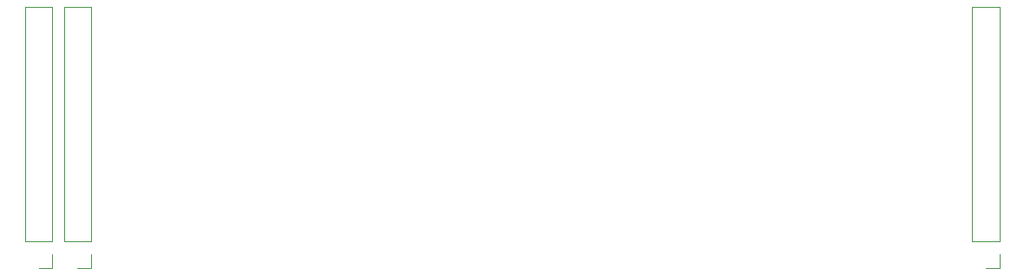
<source format=gbr>
%TF.GenerationSoftware,KiCad,Pcbnew,(6.0.7-1)-1*%
%TF.CreationDate,2022-10-12T18:16:20+11:00*%
%TF.ProjectId,CAT emulator B,43415420-656d-4756-9c61-746f7220422e,rev?*%
%TF.SameCoordinates,Original*%
%TF.FileFunction,Legend,Top*%
%TF.FilePolarity,Positive*%
%FSLAX46Y46*%
G04 Gerber Fmt 4.6, Leading zero omitted, Abs format (unit mm)*
G04 Created by KiCad (PCBNEW (6.0.7-1)-1) date 2022-10-12 18:16:20*
%MOMM*%
%LPD*%
G01*
G04 APERTURE LIST*
%ADD10C,0.120000*%
G04 APERTURE END LIST*
D10*
%TO.C,J2*%
X255756000Y-78990000D02*
X253096000Y-78990000D01*
X255756000Y-101910000D02*
X253096000Y-101910000D01*
X253096000Y-101910000D02*
X253096000Y-78990000D01*
X255756000Y-103180000D02*
X255756000Y-104510000D01*
X255756000Y-104510000D02*
X254426000Y-104510000D01*
X255756000Y-101910000D02*
X255756000Y-78990000D01*
%TO.C,J4*%
X167156000Y-103180000D02*
X167156000Y-104510000D01*
X167156000Y-104510000D02*
X165826000Y-104510000D01*
X167156000Y-101910000D02*
X164496000Y-101910000D01*
X167156000Y-101910000D02*
X167156000Y-78990000D01*
X164496000Y-101910000D02*
X164496000Y-78990000D01*
X167156000Y-78990000D02*
X164496000Y-78990000D01*
%TO.C,J3*%
X163356000Y-104510000D02*
X162026000Y-104510000D01*
X160696000Y-101910000D02*
X160696000Y-78990000D01*
X163356000Y-103180000D02*
X163356000Y-104510000D01*
X163356000Y-78990000D02*
X160696000Y-78990000D01*
X163356000Y-101910000D02*
X160696000Y-101910000D01*
X163356000Y-101910000D02*
X163356000Y-78990000D01*
%TD*%
M02*

</source>
